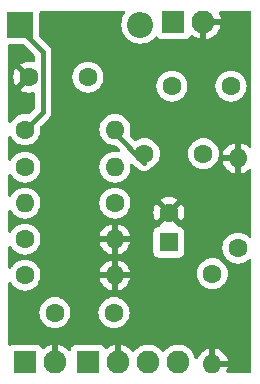
<source format=gbl>
%TF.GenerationSoftware,KiCad,Pcbnew,(5.99.0-6613-ge739d5ba65)*%
%TF.CreationDate,2020-10-27T11:12:12+02:00*%
%TF.ProjectId,campanero-lima,63616d70-616e-4657-926f-2d6c696d612e,rev?*%
%TF.SameCoordinates,Original*%
%TF.FileFunction,Copper,L2,Bot*%
%TF.FilePolarity,Positive*%
%FSLAX46Y46*%
G04 Gerber Fmt 4.6, Leading zero omitted, Abs format (unit mm)*
G04 Created by KiCad (PCBNEW (5.99.0-6613-ge739d5ba65)) date 2020-10-27 11:12:12*
%MOMM*%
%LPD*%
G01*
G04 APERTURE LIST*
%TA.AperFunction,ComponentPad*%
%ADD10C,1.600000*%
%TD*%
%TA.AperFunction,ComponentPad*%
%ADD11O,1.600000X1.600000*%
%TD*%
%TA.AperFunction,ComponentPad*%
%ADD12R,1.600000X1.600000*%
%TD*%
%TA.AperFunction,ComponentPad*%
%ADD13R,2.200000X2.200000*%
%TD*%
%TA.AperFunction,ComponentPad*%
%ADD14O,2.200000X2.200000*%
%TD*%
%TA.AperFunction,ComponentPad*%
%ADD15R,1.930400X1.930400*%
%TD*%
%TA.AperFunction,ComponentPad*%
%ADD16O,1.930400X1.930400*%
%TD*%
%TA.AperFunction,Conductor*%
%ADD17C,0.381000*%
%TD*%
G04 APERTURE END LIST*
D10*
%TO.P,C2,1*%
%TO.N,Net-(R4-Pad1)*%
X125603000Y-97028000D03*
%TO.P,C2,2*%
%TO.N,Net-(R5-Pad2)*%
X120603000Y-97028000D03*
%TD*%
%TO.P,R7,1*%
%TO.N,OUT*%
X128524000Y-105029000D03*
D11*
%TO.P,R7,2*%
%TO.N,GND*%
X128524000Y-97409000D03*
%TD*%
D12*
%TO.P,C5,1*%
%TO.N,VCC*%
X122682000Y-104521000D03*
D10*
%TO.P,C5,2*%
%TO.N,GND*%
X122682000Y-102021000D03*
%TD*%
%TO.P,R4,1*%
%TO.N,Net-(R4-Pad1)*%
X126365000Y-107188000D03*
D11*
%TO.P,R4,2*%
%TO.N,GND*%
X126365000Y-114808000D03*
%TD*%
D13*
%TO.P,D1,1,K*%
%TO.N,VCC*%
X110109000Y-86106000D03*
D14*
%TO.P,D1,2,A*%
%TO.N,+9V*%
X120269000Y-86106000D03*
%TD*%
D10*
%TO.P,R2,1*%
%TO.N,VCC*%
X118110000Y-101219000D03*
D11*
%TO.P,R2,2*%
%TO.N,Net-(R2-Pad2)*%
X110490000Y-101219000D03*
%TD*%
D10*
%TO.P,C3,1*%
%TO.N,Net-(R6-Pad2)*%
X115824000Y-90551000D03*
%TO.P,C3,2*%
%TO.N,GND*%
X110824000Y-90551000D03*
%TD*%
D15*
%TO.P,J3,1,Pin_1*%
%TO.N,IN*%
X115824000Y-114681000D03*
D16*
%TO.P,J3,2,Pin_2*%
%TO.N,GND*%
X118364000Y-114681000D03*
%TO.P,J3,3,Pin_3*%
%TO.N,Net-(J3-Pad3)*%
X120904000Y-114681000D03*
%TO.P,J3,4,Pin_4*%
%TO.N,OUT*%
X123444000Y-114681000D03*
%TD*%
D10*
%TO.P,C1,1*%
%TO.N,IN*%
X113030000Y-110490000D03*
%TO.P,C1,2*%
%TO.N,Net-(C1-Pad2)*%
X118030000Y-110490000D03*
%TD*%
%TO.P,R6,1*%
%TO.N,VCC*%
X110490000Y-98171000D03*
D11*
%TO.P,R6,2*%
%TO.N,Net-(R6-Pad2)*%
X118110000Y-98171000D03*
%TD*%
D15*
%TO.P,J1,1,Pin_1*%
%TO.N,+9V*%
X123063000Y-85852000D03*
D16*
%TO.P,J1,2,Pin_2*%
%TO.N,GND*%
X125603000Y-85852000D03*
%TD*%
D15*
%TO.P,J2,1,Pin_1*%
%TO.N,+9V*%
X110490000Y-114681000D03*
D16*
%TO.P,J2,2,Pin_2*%
%TO.N,GND*%
X113030000Y-114681000D03*
%TD*%
D10*
%TO.P,R5,1*%
%TO.N,VCC*%
X110490000Y-94996000D03*
D11*
%TO.P,R5,2*%
%TO.N,Net-(R5-Pad2)*%
X118110000Y-94996000D03*
%TD*%
D10*
%TO.P,R1,1*%
%TO.N,IN*%
X110490000Y-107315000D03*
D11*
%TO.P,R1,2*%
%TO.N,GND*%
X118110000Y-107315000D03*
%TD*%
D10*
%TO.P,C4,1*%
%TO.N,Net-(C4-Pad1)*%
X122936000Y-91313000D03*
%TO.P,C4,2*%
%TO.N,OUT*%
X127936000Y-91313000D03*
%TD*%
%TO.P,R3,1*%
%TO.N,Net-(R2-Pad2)*%
X110490000Y-104267000D03*
D11*
%TO.P,R3,2*%
%TO.N,GND*%
X118110000Y-104267000D03*
%TD*%
D17*
%TO.N,VCC*%
X112014501Y-88392501D02*
X112014501Y-93471499D01*
X112014501Y-93471499D02*
X110490000Y-94996000D01*
X110490000Y-86868000D02*
X112014501Y-88392501D01*
%TO.N,Net-(R5-Pad2)*%
X120603000Y-97790000D02*
X118110000Y-95297000D01*
X118110000Y-95297000D02*
X118110000Y-94996000D01*
%TD*%
%TA.AperFunction,Conductor*%
%TO.N,GND*%
G36*
X118926973Y-84983002D02*
G01*
X118973466Y-85036658D01*
X118983570Y-85106932D01*
X118963117Y-85157327D01*
X118964056Y-85157902D01*
X118831806Y-85373713D01*
X118829913Y-85378283D01*
X118829912Y-85378285D01*
X118736840Y-85602982D01*
X118736838Y-85602989D01*
X118734946Y-85607556D01*
X118675859Y-85853671D01*
X118656000Y-86106000D01*
X118675859Y-86358329D01*
X118734946Y-86604444D01*
X118736838Y-86609011D01*
X118736840Y-86609018D01*
X118829912Y-86833715D01*
X118831806Y-86838287D01*
X118964056Y-87054098D01*
X118967269Y-87057860D01*
X119073707Y-87182482D01*
X119128437Y-87246563D01*
X119132193Y-87249771D01*
X119189312Y-87298555D01*
X119320902Y-87410944D01*
X119536713Y-87543194D01*
X119541283Y-87545087D01*
X119541285Y-87545088D01*
X119765982Y-87638160D01*
X119765989Y-87638162D01*
X119770556Y-87640054D01*
X119856196Y-87660614D01*
X120011858Y-87697986D01*
X120011864Y-87697987D01*
X120016671Y-87699141D01*
X120269000Y-87719000D01*
X120521329Y-87699141D01*
X120526136Y-87697987D01*
X120526142Y-87697986D01*
X120681804Y-87660614D01*
X120767444Y-87640054D01*
X120772011Y-87638162D01*
X120772018Y-87638160D01*
X120996715Y-87545088D01*
X120996717Y-87545087D01*
X121001287Y-87543194D01*
X121217098Y-87410944D01*
X121348688Y-87298555D01*
X121405807Y-87249771D01*
X121409563Y-87246563D01*
X121464294Y-87182482D01*
X121505187Y-87134602D01*
X121564638Y-87095793D01*
X121635632Y-87095287D01*
X121696926Y-87140835D01*
X121699328Y-87138753D01*
X121705226Y-87145560D01*
X121710100Y-87153144D01*
X121716911Y-87159045D01*
X121716912Y-87159047D01*
X121813640Y-87242862D01*
X121813643Y-87242864D01*
X121820451Y-87248763D01*
X121828645Y-87252505D01*
X121828648Y-87252507D01*
X121929480Y-87298555D01*
X121953271Y-87309420D01*
X121962188Y-87310702D01*
X122093354Y-87329561D01*
X122093357Y-87329561D01*
X122097800Y-87330200D01*
X124028200Y-87330200D01*
X124241308Y-87283841D01*
X124299315Y-87246563D01*
X124356560Y-87209774D01*
X124356561Y-87209774D01*
X124364144Y-87204900D01*
X124370047Y-87198088D01*
X124453862Y-87101360D01*
X124453864Y-87101357D01*
X124459763Y-87094549D01*
X124463505Y-87086355D01*
X124463507Y-87086352D01*
X124478236Y-87054098D01*
X124483051Y-87043554D01*
X124529544Y-86989899D01*
X124597665Y-86969897D01*
X124678150Y-86998953D01*
X124751159Y-87059566D01*
X124759606Y-87065481D01*
X124959830Y-87182482D01*
X124969117Y-87186932D01*
X125185769Y-87269663D01*
X125195662Y-87272537D01*
X125331248Y-87300122D01*
X125344027Y-87299035D01*
X125349000Y-87283750D01*
X125349000Y-86119548D01*
X125857000Y-86119548D01*
X125857000Y-87286615D01*
X125861064Y-87300457D01*
X125874478Y-87302491D01*
X125905205Y-87298555D01*
X125915288Y-87296412D01*
X126137418Y-87229770D01*
X126146995Y-87226017D01*
X126355264Y-87123987D01*
X126364109Y-87118714D01*
X126552904Y-86984048D01*
X126560779Y-86977392D01*
X126725045Y-86813699D01*
X126731722Y-86805854D01*
X126867047Y-86617528D01*
X126872358Y-86608690D01*
X126975102Y-86400804D01*
X126978900Y-86391211D01*
X127046313Y-86169326D01*
X127048491Y-86159253D01*
X127053138Y-86123960D01*
X127050926Y-86109778D01*
X127037769Y-86106000D01*
X125875115Y-86106000D01*
X125859876Y-86110475D01*
X125858671Y-86111865D01*
X125857000Y-86119548D01*
X125349000Y-86119548D01*
X125349000Y-85724000D01*
X125369002Y-85655879D01*
X125422658Y-85609386D01*
X125475000Y-85598000D01*
X127040078Y-85598000D01*
X127051369Y-85594685D01*
X127052968Y-85577196D01*
X127003596Y-85380638D01*
X127000278Y-85370891D01*
X126907803Y-85158212D01*
X126902618Y-85148543D01*
X126888054Y-85079057D01*
X126913369Y-85012727D01*
X126970527Y-84970613D01*
X127013661Y-84963000D01*
X129541000Y-84963000D01*
X129609121Y-84983002D01*
X129655614Y-85036658D01*
X129667000Y-85089000D01*
X129667001Y-94656985D01*
X129667001Y-96398015D01*
X129646999Y-96466136D01*
X129593343Y-96512629D01*
X129523069Y-96522733D01*
X129451906Y-96487110D01*
X129371877Y-96407081D01*
X129363469Y-96400025D01*
X129185009Y-96275066D01*
X129175513Y-96269583D01*
X128978057Y-96177509D01*
X128967761Y-96173761D01*
X128795497Y-96127602D01*
X128784111Y-96127873D01*
X128778000Y-96144873D01*
X128777999Y-97154998D01*
X128778000Y-97155004D01*
X128777999Y-98676971D01*
X128781208Y-98687900D01*
X128799209Y-98689403D01*
X128967762Y-98644239D01*
X128978054Y-98640493D01*
X129175513Y-98548417D01*
X129185009Y-98542934D01*
X129363469Y-98417975D01*
X129371877Y-98410919D01*
X129451906Y-98330890D01*
X129514218Y-98296864D01*
X129585033Y-98301929D01*
X129641869Y-98344476D01*
X129667001Y-98419985D01*
X129667001Y-104018015D01*
X129646999Y-104086136D01*
X129593343Y-104132629D01*
X129523069Y-104142733D01*
X129451906Y-104107110D01*
X129367980Y-104023184D01*
X129363472Y-104020027D01*
X129363469Y-104020025D01*
X129185009Y-103895066D01*
X129185007Y-103895065D01*
X129180500Y-103891909D01*
X129175518Y-103889586D01*
X129175513Y-103889583D01*
X129033236Y-103823239D01*
X128973072Y-103795184D01*
X128752000Y-103735947D01*
X128524000Y-103716000D01*
X128296000Y-103735947D01*
X128074928Y-103795184D01*
X128014764Y-103823239D01*
X127872487Y-103889583D01*
X127872482Y-103889586D01*
X127867500Y-103891909D01*
X127862993Y-103895065D01*
X127862991Y-103895066D01*
X127684531Y-104020025D01*
X127684528Y-104020027D01*
X127680020Y-104023184D01*
X127518184Y-104185020D01*
X127515027Y-104189528D01*
X127515025Y-104189531D01*
X127460781Y-104267000D01*
X127386909Y-104372500D01*
X127384586Y-104377482D01*
X127384583Y-104377487D01*
X127380999Y-104385173D01*
X127290184Y-104579928D01*
X127230947Y-104801000D01*
X127211000Y-105029000D01*
X127230947Y-105257000D01*
X127290184Y-105478072D01*
X127327749Y-105558630D01*
X127384583Y-105680513D01*
X127384586Y-105680518D01*
X127386909Y-105685500D01*
X127390065Y-105690007D01*
X127390066Y-105690009D01*
X127489884Y-105832563D01*
X127518184Y-105872980D01*
X127680020Y-106034816D01*
X127684528Y-106037973D01*
X127684531Y-106037975D01*
X127862991Y-106162934D01*
X127867500Y-106166091D01*
X127872482Y-106168414D01*
X127872487Y-106168417D01*
X127977916Y-106217579D01*
X128074928Y-106262816D01*
X128296000Y-106322053D01*
X128524000Y-106342000D01*
X128752000Y-106322053D01*
X128973072Y-106262816D01*
X129070084Y-106217579D01*
X129175513Y-106168417D01*
X129175518Y-106168414D01*
X129180500Y-106166091D01*
X129185009Y-106162934D01*
X129363469Y-106037975D01*
X129363472Y-106037973D01*
X129367980Y-106034816D01*
X129451906Y-105950890D01*
X129514218Y-105916864D01*
X129585033Y-105921929D01*
X129641869Y-105964476D01*
X129667001Y-106039985D01*
X129667001Y-115444000D01*
X129646999Y-115512121D01*
X129593343Y-115558614D01*
X129541001Y-115570000D01*
X127650676Y-115570000D01*
X127582555Y-115549998D01*
X127536062Y-115496342D01*
X127525958Y-115426068D01*
X127536481Y-115390750D01*
X127596491Y-115262057D01*
X127600239Y-115251761D01*
X127646398Y-115079497D01*
X127646127Y-115068111D01*
X127629127Y-115062000D01*
X126619002Y-115061999D01*
X126618996Y-115062000D01*
X126237000Y-115061999D01*
X126168879Y-115041997D01*
X126122386Y-114988341D01*
X126111000Y-114935999D01*
X126111000Y-114535885D01*
X126618999Y-114535885D01*
X126623474Y-114551124D01*
X126624864Y-114552329D01*
X126632547Y-114554000D01*
X127632971Y-114554001D01*
X127643900Y-114550792D01*
X127645403Y-114532791D01*
X127600239Y-114364238D01*
X127596493Y-114353946D01*
X127504417Y-114156487D01*
X127498934Y-114146991D01*
X127373975Y-113968531D01*
X127366919Y-113960123D01*
X127212877Y-113806081D01*
X127204469Y-113799025D01*
X127026009Y-113674066D01*
X127016513Y-113668583D01*
X126819057Y-113576509D01*
X126808761Y-113572761D01*
X126636497Y-113526602D01*
X126625111Y-113526873D01*
X126619000Y-113543873D01*
X126618999Y-114535885D01*
X126111000Y-114535885D01*
X126111001Y-113540029D01*
X126107792Y-113529100D01*
X126089791Y-113527597D01*
X125921238Y-113572761D01*
X125910946Y-113576507D01*
X125713487Y-113668583D01*
X125703991Y-113674066D01*
X125525531Y-113799025D01*
X125517123Y-113806081D01*
X125363081Y-113960123D01*
X125356025Y-113968531D01*
X125231066Y-114146991D01*
X125225583Y-114156487D01*
X125133509Y-114353943D01*
X125129758Y-114364246D01*
X125128263Y-114369827D01*
X125091313Y-114430451D01*
X125027453Y-114461473D01*
X124956958Y-114453046D01*
X124902210Y-114407844D01*
X124884352Y-114367914D01*
X124844595Y-114209635D01*
X124844595Y-114209634D01*
X124843337Y-114204627D01*
X124822405Y-114156487D01*
X124748803Y-113987212D01*
X124748801Y-113987209D01*
X124746743Y-113982475D01*
X124615163Y-113779083D01*
X124610666Y-113774140D01*
X124455608Y-113603735D01*
X124455606Y-113603734D01*
X124452130Y-113599913D01*
X124448079Y-113596714D01*
X124448075Y-113596710D01*
X124266081Y-113452981D01*
X124262023Y-113449776D01*
X124049948Y-113332704D01*
X123858613Y-113264949D01*
X123826469Y-113253566D01*
X123826467Y-113253565D01*
X123821600Y-113251842D01*
X123683953Y-113227323D01*
X123588199Y-113210266D01*
X123588195Y-113210266D01*
X123583111Y-113209360D01*
X123505670Y-113208414D01*
X123346056Y-113206464D01*
X123346054Y-113206464D01*
X123340886Y-113206401D01*
X123101430Y-113243043D01*
X122871174Y-113318302D01*
X122866586Y-113320690D01*
X122866582Y-113320692D01*
X122660891Y-113427768D01*
X122656302Y-113430157D01*
X122652169Y-113433260D01*
X122652166Y-113433262D01*
X122483907Y-113559595D01*
X122462584Y-113575605D01*
X122295223Y-113750739D01*
X122292307Y-113755014D01*
X122279259Y-113774140D01*
X122224347Y-113819142D01*
X122153822Y-113827312D01*
X122076033Y-113780427D01*
X122075163Y-113779083D01*
X122010251Y-113707746D01*
X121915608Y-113603735D01*
X121915606Y-113603734D01*
X121912130Y-113599913D01*
X121908079Y-113596714D01*
X121908075Y-113596710D01*
X121726081Y-113452981D01*
X121722023Y-113449776D01*
X121509948Y-113332704D01*
X121318613Y-113264949D01*
X121286469Y-113253566D01*
X121286467Y-113253565D01*
X121281600Y-113251842D01*
X121143953Y-113227323D01*
X121048199Y-113210266D01*
X121048195Y-113210266D01*
X121043111Y-113209360D01*
X120965670Y-113208414D01*
X120806056Y-113206464D01*
X120806054Y-113206464D01*
X120800886Y-113206401D01*
X120561430Y-113243043D01*
X120331174Y-113318302D01*
X120326586Y-113320690D01*
X120326582Y-113320692D01*
X120120891Y-113427768D01*
X120116302Y-113430157D01*
X120112169Y-113433260D01*
X120112166Y-113433262D01*
X119943907Y-113559595D01*
X119922584Y-113575605D01*
X119755223Y-113750739D01*
X119752307Y-113755014D01*
X119739259Y-113774140D01*
X119684347Y-113819142D01*
X119613822Y-113827312D01*
X119535342Y-113780011D01*
X119531678Y-113775253D01*
X119375608Y-113603735D01*
X119368075Y-113596710D01*
X119186081Y-113452981D01*
X119177494Y-113447276D01*
X118974482Y-113335207D01*
X118965070Y-113330977D01*
X118746469Y-113253566D01*
X118736512Y-113250936D01*
X118635836Y-113233002D01*
X118622541Y-113234461D01*
X118618000Y-113249019D01*
X118618000Y-114809000D01*
X118597998Y-114877121D01*
X118544342Y-114923614D01*
X118492000Y-114935000D01*
X118236000Y-114935000D01*
X118167879Y-114914998D01*
X118121386Y-114861342D01*
X118110000Y-114809000D01*
X118110000Y-113247605D01*
X118106082Y-113234261D01*
X118091806Y-113232274D01*
X118026542Y-113242261D01*
X118016515Y-113244650D01*
X117796092Y-113316695D01*
X117786582Y-113320692D01*
X117580891Y-113427768D01*
X117572166Y-113433262D01*
X117437079Y-113534689D01*
X117370594Y-113559595D01*
X117301199Y-113544603D01*
X117255428Y-113502049D01*
X117181774Y-113387440D01*
X117181774Y-113387439D01*
X117176900Y-113379856D01*
X117170088Y-113373953D01*
X117073360Y-113290138D01*
X117073357Y-113290136D01*
X117066549Y-113284237D01*
X117058355Y-113280495D01*
X117058352Y-113280493D01*
X116941925Y-113227323D01*
X116933729Y-113223580D01*
X116897064Y-113218308D01*
X116793646Y-113203439D01*
X116793643Y-113203439D01*
X116789200Y-113202800D01*
X114858800Y-113202800D01*
X114645692Y-113249159D01*
X114636207Y-113255255D01*
X114636206Y-113255255D01*
X114540603Y-113316695D01*
X114522856Y-113328100D01*
X114516955Y-113334911D01*
X114516953Y-113334912D01*
X114433138Y-113431640D01*
X114433136Y-113431643D01*
X114427237Y-113438451D01*
X114423495Y-113446645D01*
X114423493Y-113446648D01*
X114397899Y-113502692D01*
X114366580Y-113571271D01*
X114365298Y-113580189D01*
X114365296Y-113580195D01*
X114356242Y-113643165D01*
X114326749Y-113707746D01*
X114267023Y-113746129D01*
X114196026Y-113746129D01*
X114138332Y-113710033D01*
X114041608Y-113603735D01*
X114034075Y-113596710D01*
X113852081Y-113452981D01*
X113843494Y-113447276D01*
X113640482Y-113335207D01*
X113631070Y-113330977D01*
X113412469Y-113253566D01*
X113402512Y-113250936D01*
X113301836Y-113233002D01*
X113288541Y-113234461D01*
X113284000Y-113249019D01*
X113284000Y-114809000D01*
X113263998Y-114877121D01*
X113210342Y-114923614D01*
X113158000Y-114935000D01*
X112902000Y-114935000D01*
X112833879Y-114914998D01*
X112787386Y-114861342D01*
X112776000Y-114809000D01*
X112776000Y-113247605D01*
X112772082Y-113234261D01*
X112757806Y-113232274D01*
X112692542Y-113242261D01*
X112682515Y-113244650D01*
X112462092Y-113316695D01*
X112452582Y-113320692D01*
X112246891Y-113427768D01*
X112238166Y-113433262D01*
X112103079Y-113534689D01*
X112036594Y-113559595D01*
X111967199Y-113544603D01*
X111921428Y-113502049D01*
X111847774Y-113387440D01*
X111847774Y-113387439D01*
X111842900Y-113379856D01*
X111836088Y-113373953D01*
X111739360Y-113290138D01*
X111739357Y-113290136D01*
X111732549Y-113284237D01*
X111724355Y-113280495D01*
X111724352Y-113280493D01*
X111607925Y-113227323D01*
X111599729Y-113223580D01*
X111563064Y-113218308D01*
X111459646Y-113203439D01*
X111459643Y-113203439D01*
X111455200Y-113202800D01*
X109524800Y-113202800D01*
X109311692Y-113249159D01*
X109287122Y-113264949D01*
X109287119Y-113264951D01*
X109218998Y-113284952D01*
X109150878Y-113264949D01*
X109104386Y-113211293D01*
X109093000Y-113158952D01*
X109093000Y-110490000D01*
X111717000Y-110490000D01*
X111736947Y-110718000D01*
X111796184Y-110939072D01*
X111798509Y-110944057D01*
X111890583Y-111141513D01*
X111890586Y-111141518D01*
X111892909Y-111146500D01*
X112024184Y-111333980D01*
X112186020Y-111495816D01*
X112190528Y-111498973D01*
X112190531Y-111498975D01*
X112368991Y-111623934D01*
X112373500Y-111627091D01*
X112378482Y-111629414D01*
X112378487Y-111629417D01*
X112483916Y-111678579D01*
X112580928Y-111723816D01*
X112802000Y-111783053D01*
X113030000Y-111803000D01*
X113258000Y-111783053D01*
X113479072Y-111723816D01*
X113576084Y-111678579D01*
X113681513Y-111629417D01*
X113681518Y-111629414D01*
X113686500Y-111627091D01*
X113691009Y-111623934D01*
X113869469Y-111498975D01*
X113869472Y-111498973D01*
X113873980Y-111495816D01*
X114035816Y-111333980D01*
X114167091Y-111146500D01*
X114169414Y-111141518D01*
X114169417Y-111141513D01*
X114261491Y-110944057D01*
X114263816Y-110939072D01*
X114323053Y-110718000D01*
X114343000Y-110490000D01*
X116717000Y-110490000D01*
X116736947Y-110718000D01*
X116796184Y-110939072D01*
X116798509Y-110944057D01*
X116890583Y-111141513D01*
X116890586Y-111141518D01*
X116892909Y-111146500D01*
X117024184Y-111333980D01*
X117186020Y-111495816D01*
X117190528Y-111498973D01*
X117190531Y-111498975D01*
X117368991Y-111623934D01*
X117373500Y-111627091D01*
X117378482Y-111629414D01*
X117378487Y-111629417D01*
X117483916Y-111678579D01*
X117580928Y-111723816D01*
X117802000Y-111783053D01*
X118030000Y-111803000D01*
X118258000Y-111783053D01*
X118479072Y-111723816D01*
X118576084Y-111678579D01*
X118681513Y-111629417D01*
X118681518Y-111629414D01*
X118686500Y-111627091D01*
X118691009Y-111623934D01*
X118869469Y-111498975D01*
X118869472Y-111498973D01*
X118873980Y-111495816D01*
X119035816Y-111333980D01*
X119167091Y-111146500D01*
X119169414Y-111141518D01*
X119169417Y-111141513D01*
X119261491Y-110944057D01*
X119263816Y-110939072D01*
X119323053Y-110718000D01*
X119343000Y-110490000D01*
X119323053Y-110262000D01*
X119263816Y-110040928D01*
X119218579Y-109943916D01*
X119169417Y-109838487D01*
X119169414Y-109838482D01*
X119167091Y-109833500D01*
X119035816Y-109646020D01*
X118873980Y-109484184D01*
X118869472Y-109481027D01*
X118869469Y-109481025D01*
X118691009Y-109356066D01*
X118691007Y-109356065D01*
X118686500Y-109352909D01*
X118681518Y-109350586D01*
X118681513Y-109350583D01*
X118576084Y-109301421D01*
X118479072Y-109256184D01*
X118258000Y-109196947D01*
X118030000Y-109177000D01*
X117802000Y-109196947D01*
X117580928Y-109256184D01*
X117483916Y-109301421D01*
X117378487Y-109350583D01*
X117378482Y-109350586D01*
X117373500Y-109352909D01*
X117368993Y-109356065D01*
X117368991Y-109356066D01*
X117190531Y-109481025D01*
X117190528Y-109481027D01*
X117186020Y-109484184D01*
X117024184Y-109646020D01*
X116892909Y-109833500D01*
X116890586Y-109838482D01*
X116890583Y-109838487D01*
X116841421Y-109943916D01*
X116796184Y-110040928D01*
X116736947Y-110262000D01*
X116717000Y-110490000D01*
X114343000Y-110490000D01*
X114323053Y-110262000D01*
X114263816Y-110040928D01*
X114218579Y-109943916D01*
X114169417Y-109838487D01*
X114169414Y-109838482D01*
X114167091Y-109833500D01*
X114035816Y-109646020D01*
X113873980Y-109484184D01*
X113869472Y-109481027D01*
X113869469Y-109481025D01*
X113691009Y-109356066D01*
X113691007Y-109356065D01*
X113686500Y-109352909D01*
X113681518Y-109350586D01*
X113681513Y-109350583D01*
X113576084Y-109301421D01*
X113479072Y-109256184D01*
X113258000Y-109196947D01*
X113030000Y-109177000D01*
X112802000Y-109196947D01*
X112580928Y-109256184D01*
X112483916Y-109301421D01*
X112378487Y-109350583D01*
X112378482Y-109350586D01*
X112373500Y-109352909D01*
X112368993Y-109356065D01*
X112368991Y-109356066D01*
X112190531Y-109481025D01*
X112190528Y-109481027D01*
X112186020Y-109484184D01*
X112024184Y-109646020D01*
X111892909Y-109833500D01*
X111890586Y-109838482D01*
X111890583Y-109838487D01*
X111841421Y-109943916D01*
X111796184Y-110040928D01*
X111736947Y-110262000D01*
X111717000Y-110490000D01*
X109093000Y-110490000D01*
X109093000Y-107982473D01*
X109113002Y-107914352D01*
X109166658Y-107867859D01*
X109236932Y-107857755D01*
X109301512Y-107887249D01*
X109333195Y-107929223D01*
X109350583Y-107966513D01*
X109350586Y-107966518D01*
X109352909Y-107971500D01*
X109356065Y-107976007D01*
X109356066Y-107976009D01*
X109395258Y-108031980D01*
X109484184Y-108158980D01*
X109646020Y-108320816D01*
X109650528Y-108323973D01*
X109650531Y-108323975D01*
X109792295Y-108423239D01*
X109833500Y-108452091D01*
X109838482Y-108454414D01*
X109838487Y-108454417D01*
X109937359Y-108500521D01*
X110040928Y-108548816D01*
X110262000Y-108608053D01*
X110490000Y-108628000D01*
X110718000Y-108608053D01*
X110939072Y-108548816D01*
X111042641Y-108500521D01*
X111141513Y-108454417D01*
X111141518Y-108454414D01*
X111146500Y-108452091D01*
X111187705Y-108423239D01*
X111329469Y-108323975D01*
X111329472Y-108323973D01*
X111333980Y-108320816D01*
X111495816Y-108158980D01*
X111584743Y-108031980D01*
X111623934Y-107976009D01*
X111623935Y-107976007D01*
X111627091Y-107971500D01*
X111629414Y-107966518D01*
X111629417Y-107966513D01*
X111721491Y-107769057D01*
X111723816Y-107764072D01*
X111770402Y-107590210D01*
X116829597Y-107590210D01*
X116874761Y-107758761D01*
X116878509Y-107769057D01*
X116970583Y-107966513D01*
X116976066Y-107976009D01*
X117101025Y-108154469D01*
X117108081Y-108162877D01*
X117262123Y-108316919D01*
X117270531Y-108323975D01*
X117448991Y-108448934D01*
X117458487Y-108454417D01*
X117655943Y-108546491D01*
X117666239Y-108550239D01*
X117838503Y-108596398D01*
X117849889Y-108596127D01*
X117856000Y-108579127D01*
X117856000Y-107587115D01*
X117854659Y-107582548D01*
X118364000Y-107582548D01*
X118364000Y-108582971D01*
X118367209Y-108593900D01*
X118385210Y-108595403D01*
X118553761Y-108550239D01*
X118564057Y-108546491D01*
X118761513Y-108454417D01*
X118771009Y-108448934D01*
X118949469Y-108323975D01*
X118957877Y-108316919D01*
X119111919Y-108162877D01*
X119118975Y-108154469D01*
X119243934Y-107976009D01*
X119249417Y-107966513D01*
X119341491Y-107769057D01*
X119345239Y-107758761D01*
X119391398Y-107586497D01*
X119391127Y-107575111D01*
X119374127Y-107569000D01*
X118382115Y-107569000D01*
X118366876Y-107573475D01*
X118365671Y-107574865D01*
X118364000Y-107582548D01*
X117854659Y-107582548D01*
X117851525Y-107571876D01*
X117850135Y-107570671D01*
X117842452Y-107569000D01*
X116842029Y-107569000D01*
X116831100Y-107572209D01*
X116829597Y-107590210D01*
X111770402Y-107590210D01*
X111783053Y-107543000D01*
X111803000Y-107315000D01*
X111791890Y-107188000D01*
X125052000Y-107188000D01*
X125071947Y-107416000D01*
X125131184Y-107637072D01*
X125133509Y-107642057D01*
X125225583Y-107839513D01*
X125225586Y-107839518D01*
X125227909Y-107844500D01*
X125231065Y-107849007D01*
X125231066Y-107849009D01*
X125324519Y-107982473D01*
X125359184Y-108031980D01*
X125521020Y-108193816D01*
X125525528Y-108196973D01*
X125525531Y-108196975D01*
X125703991Y-108321934D01*
X125708500Y-108325091D01*
X125713482Y-108327414D01*
X125713487Y-108327417D01*
X125818916Y-108376579D01*
X125915928Y-108421816D01*
X126137000Y-108481053D01*
X126365000Y-108501000D01*
X126593000Y-108481053D01*
X126814072Y-108421816D01*
X126911084Y-108376579D01*
X127016513Y-108327417D01*
X127016518Y-108327414D01*
X127021500Y-108325091D01*
X127026009Y-108321934D01*
X127204469Y-108196975D01*
X127204472Y-108196973D01*
X127208980Y-108193816D01*
X127370816Y-108031980D01*
X127405482Y-107982473D01*
X127498934Y-107849009D01*
X127498935Y-107849007D01*
X127502091Y-107844500D01*
X127504414Y-107839518D01*
X127504417Y-107839513D01*
X127596491Y-107642057D01*
X127598816Y-107637072D01*
X127658053Y-107416000D01*
X127678000Y-107188000D01*
X127658053Y-106960000D01*
X127598816Y-106738928D01*
X127553579Y-106641916D01*
X127504417Y-106536487D01*
X127504414Y-106536482D01*
X127502091Y-106531500D01*
X127462901Y-106475531D01*
X127373975Y-106348531D01*
X127373973Y-106348528D01*
X127370816Y-106344020D01*
X127208980Y-106182184D01*
X127204472Y-106179027D01*
X127204469Y-106179025D01*
X127026009Y-106054066D01*
X127026007Y-106054065D01*
X127021500Y-106050909D01*
X127016518Y-106048586D01*
X127016513Y-106048583D01*
X126836143Y-105964476D01*
X126814072Y-105954184D01*
X126593000Y-105894947D01*
X126365000Y-105875000D01*
X126137000Y-105894947D01*
X125915928Y-105954184D01*
X125893857Y-105964476D01*
X125713487Y-106048583D01*
X125713482Y-106048586D01*
X125708500Y-106050909D01*
X125703993Y-106054065D01*
X125703991Y-106054066D01*
X125525531Y-106179025D01*
X125525528Y-106179027D01*
X125521020Y-106182184D01*
X125359184Y-106344020D01*
X125356027Y-106348528D01*
X125356025Y-106348531D01*
X125267099Y-106475531D01*
X125227909Y-106531500D01*
X125225586Y-106536482D01*
X125225583Y-106536487D01*
X125176421Y-106641916D01*
X125131184Y-106738928D01*
X125071947Y-106960000D01*
X125052000Y-107188000D01*
X111791890Y-107188000D01*
X111783053Y-107087000D01*
X111771398Y-107043503D01*
X116828602Y-107043503D01*
X116828873Y-107054889D01*
X116845873Y-107061000D01*
X117837885Y-107061000D01*
X117853124Y-107056525D01*
X117854329Y-107055135D01*
X117856000Y-107047452D01*
X117856000Y-106050873D01*
X118364000Y-106050873D01*
X118364000Y-107042885D01*
X118368475Y-107058124D01*
X118369865Y-107059329D01*
X118377548Y-107061000D01*
X119377971Y-107061000D01*
X119388900Y-107057791D01*
X119390403Y-107039790D01*
X119345239Y-106871239D01*
X119341491Y-106860943D01*
X119249417Y-106663487D01*
X119243934Y-106653991D01*
X119118975Y-106475531D01*
X119111919Y-106467123D01*
X118957877Y-106313081D01*
X118949469Y-106306025D01*
X118771009Y-106181066D01*
X118761513Y-106175583D01*
X118564057Y-106083509D01*
X118553761Y-106079761D01*
X118381497Y-106033602D01*
X118370111Y-106033873D01*
X118364000Y-106050873D01*
X117856000Y-106050873D01*
X117856000Y-106047029D01*
X117852791Y-106036100D01*
X117834790Y-106034597D01*
X117666239Y-106079761D01*
X117655943Y-106083509D01*
X117458487Y-106175583D01*
X117448991Y-106181066D01*
X117270531Y-106306025D01*
X117262123Y-106313081D01*
X117108081Y-106467123D01*
X117101025Y-106475531D01*
X116976066Y-106653991D01*
X116970583Y-106663487D01*
X116878509Y-106860943D01*
X116874761Y-106871239D01*
X116828602Y-107043503D01*
X111771398Y-107043503D01*
X111723816Y-106865928D01*
X111646805Y-106700777D01*
X111629417Y-106663487D01*
X111629414Y-106663482D01*
X111627091Y-106658500D01*
X111538165Y-106531500D01*
X111498975Y-106475531D01*
X111498973Y-106475528D01*
X111495816Y-106471020D01*
X111333980Y-106309184D01*
X111329472Y-106306027D01*
X111329469Y-106306025D01*
X111151009Y-106181066D01*
X111151007Y-106181065D01*
X111146500Y-106177909D01*
X111141518Y-106175586D01*
X111141513Y-106175583D01*
X111036084Y-106126421D01*
X110939072Y-106081184D01*
X110718000Y-106021947D01*
X110490000Y-106002000D01*
X110262000Y-106021947D01*
X110040928Y-106081184D01*
X109943916Y-106126421D01*
X109838487Y-106175583D01*
X109838482Y-106175586D01*
X109833500Y-106177909D01*
X109828993Y-106181065D01*
X109828991Y-106181066D01*
X109650531Y-106306025D01*
X109650528Y-106306027D01*
X109646020Y-106309184D01*
X109484184Y-106471020D01*
X109481027Y-106475528D01*
X109481025Y-106475531D01*
X109441835Y-106531500D01*
X109352909Y-106658500D01*
X109350586Y-106663482D01*
X109350583Y-106663487D01*
X109333195Y-106700777D01*
X109286278Y-106754062D01*
X109218001Y-106773523D01*
X109150041Y-106752981D01*
X109103975Y-106698959D01*
X109093000Y-106647527D01*
X109093000Y-104934473D01*
X109113002Y-104866352D01*
X109166658Y-104819859D01*
X109236932Y-104809755D01*
X109301512Y-104839249D01*
X109333195Y-104881223D01*
X109350583Y-104918513D01*
X109350586Y-104918518D01*
X109352909Y-104923500D01*
X109356065Y-104928007D01*
X109356066Y-104928009D01*
X109430615Y-105034475D01*
X109484184Y-105110980D01*
X109646020Y-105272816D01*
X109650528Y-105275973D01*
X109650531Y-105275975D01*
X109828991Y-105400934D01*
X109833500Y-105404091D01*
X109838482Y-105406414D01*
X109838487Y-105406417D01*
X109943916Y-105455579D01*
X110040928Y-105500816D01*
X110262000Y-105560053D01*
X110490000Y-105580000D01*
X110718000Y-105560053D01*
X110939072Y-105500816D01*
X111036084Y-105455579D01*
X111141513Y-105406417D01*
X111141518Y-105406414D01*
X111146500Y-105404091D01*
X111151009Y-105400934D01*
X111329469Y-105275975D01*
X111329472Y-105275973D01*
X111333980Y-105272816D01*
X111495816Y-105110980D01*
X111549386Y-105034475D01*
X111623934Y-104928009D01*
X111623935Y-104928007D01*
X111627091Y-104923500D01*
X111629414Y-104918518D01*
X111629417Y-104918513D01*
X111681660Y-104806477D01*
X111723816Y-104716072D01*
X111770402Y-104542210D01*
X116829597Y-104542210D01*
X116874761Y-104710761D01*
X116878509Y-104721057D01*
X116970583Y-104918513D01*
X116976066Y-104928009D01*
X117101025Y-105106469D01*
X117108081Y-105114877D01*
X117262123Y-105268919D01*
X117270531Y-105275975D01*
X117448991Y-105400934D01*
X117458487Y-105406417D01*
X117655943Y-105498491D01*
X117666239Y-105502239D01*
X117838503Y-105548398D01*
X117849889Y-105548127D01*
X117856000Y-105531127D01*
X117856000Y-104539115D01*
X117854659Y-104534548D01*
X118364000Y-104534548D01*
X118364000Y-105534971D01*
X118367209Y-105545900D01*
X118385210Y-105547403D01*
X118553761Y-105502239D01*
X118564057Y-105498491D01*
X118761513Y-105406417D01*
X118771009Y-105400934D01*
X118949469Y-105275975D01*
X118957877Y-105268919D01*
X119111919Y-105114877D01*
X119118975Y-105106469D01*
X119243934Y-104928009D01*
X119249417Y-104918513D01*
X119341491Y-104721057D01*
X119345239Y-104710761D01*
X119391398Y-104538497D01*
X119391127Y-104527111D01*
X119374127Y-104521000D01*
X118382115Y-104521000D01*
X118366876Y-104525475D01*
X118365671Y-104526865D01*
X118364000Y-104534548D01*
X117854659Y-104534548D01*
X117851525Y-104523876D01*
X117850135Y-104522671D01*
X117842452Y-104521000D01*
X116842029Y-104521000D01*
X116831100Y-104524209D01*
X116829597Y-104542210D01*
X111770402Y-104542210D01*
X111783053Y-104495000D01*
X111803000Y-104267000D01*
X111783053Y-104039000D01*
X111771398Y-103995503D01*
X116828602Y-103995503D01*
X116828873Y-104006889D01*
X116845873Y-104013000D01*
X117837885Y-104013000D01*
X117853124Y-104008525D01*
X117854329Y-104007135D01*
X117856000Y-103999452D01*
X117856000Y-103002873D01*
X118364000Y-103002873D01*
X118364000Y-103994885D01*
X118368475Y-104010124D01*
X118369865Y-104011329D01*
X118377548Y-104013000D01*
X119377971Y-104013000D01*
X119388900Y-104009791D01*
X119390403Y-103991790D01*
X119345239Y-103823239D01*
X119341491Y-103812943D01*
X119298618Y-103721000D01*
X121369000Y-103721000D01*
X121369000Y-105321000D01*
X121415359Y-105534108D01*
X121421455Y-105543593D01*
X121421455Y-105543594D01*
X121451376Y-105590152D01*
X121494300Y-105656944D01*
X121501111Y-105662845D01*
X121501112Y-105662847D01*
X121597840Y-105746662D01*
X121597843Y-105746664D01*
X121604651Y-105752563D01*
X121612845Y-105756305D01*
X121612848Y-105756307D01*
X121728498Y-105809122D01*
X121737471Y-105813220D01*
X121746388Y-105814502D01*
X121877554Y-105833361D01*
X121877557Y-105833361D01*
X121882000Y-105834000D01*
X123482000Y-105834000D01*
X123695108Y-105787641D01*
X123758874Y-105746662D01*
X123810360Y-105713574D01*
X123810361Y-105713574D01*
X123817944Y-105708700D01*
X123862791Y-105656944D01*
X123907662Y-105605160D01*
X123907664Y-105605157D01*
X123913563Y-105598349D01*
X123917305Y-105590155D01*
X123917307Y-105590152D01*
X123970477Y-105473725D01*
X123974220Y-105465529D01*
X123983507Y-105400934D01*
X123994361Y-105325446D01*
X123994361Y-105325443D01*
X123995000Y-105321000D01*
X123995000Y-103721000D01*
X123948641Y-103507892D01*
X123869700Y-103385056D01*
X123862888Y-103379153D01*
X123766160Y-103295338D01*
X123766157Y-103295336D01*
X123759349Y-103289437D01*
X123751155Y-103285695D01*
X123751152Y-103285693D01*
X123634725Y-103232523D01*
X123626529Y-103228780D01*
X123515570Y-103212827D01*
X123450990Y-103183334D01*
X123424775Y-103142543D01*
X123422267Y-103143861D01*
X123396359Y-103094570D01*
X122694811Y-102393021D01*
X122680868Y-102385408D01*
X122679034Y-102385539D01*
X122672420Y-102389790D01*
X121966917Y-103095294D01*
X121945755Y-103134049D01*
X121942198Y-103150400D01*
X121891996Y-103200602D01*
X121858394Y-103213135D01*
X121679910Y-103251962D01*
X121679909Y-103251962D01*
X121668892Y-103254359D01*
X121659407Y-103260455D01*
X121659406Y-103260455D01*
X121553640Y-103328426D01*
X121546056Y-103333300D01*
X121540155Y-103340111D01*
X121540153Y-103340112D01*
X121456338Y-103436840D01*
X121456336Y-103436843D01*
X121450437Y-103443651D01*
X121446695Y-103451845D01*
X121446693Y-103451848D01*
X121425431Y-103498406D01*
X121389780Y-103576471D01*
X121388498Y-103585388D01*
X121369950Y-103714395D01*
X121369000Y-103721000D01*
X119298618Y-103721000D01*
X119249417Y-103615487D01*
X119243934Y-103605991D01*
X119118975Y-103427531D01*
X119111919Y-103419123D01*
X118957877Y-103265081D01*
X118949469Y-103258025D01*
X118771009Y-103133066D01*
X118761513Y-103127583D01*
X118564057Y-103035509D01*
X118553761Y-103031761D01*
X118381497Y-102985602D01*
X118370111Y-102985873D01*
X118364000Y-103002873D01*
X117856000Y-103002873D01*
X117856000Y-102999029D01*
X117852791Y-102988100D01*
X117834790Y-102986597D01*
X117666239Y-103031761D01*
X117655943Y-103035509D01*
X117458487Y-103127583D01*
X117448991Y-103133066D01*
X117270531Y-103258025D01*
X117262123Y-103265081D01*
X117108081Y-103419123D01*
X117101025Y-103427531D01*
X116976066Y-103605991D01*
X116970583Y-103615487D01*
X116878509Y-103812943D01*
X116874761Y-103823239D01*
X116828602Y-103995503D01*
X111771398Y-103995503D01*
X111723816Y-103817928D01*
X111646805Y-103652777D01*
X111629417Y-103615487D01*
X111629414Y-103615482D01*
X111627091Y-103610500D01*
X111619408Y-103599527D01*
X111498975Y-103427531D01*
X111498973Y-103427528D01*
X111495816Y-103423020D01*
X111333980Y-103261184D01*
X111329472Y-103258027D01*
X111329469Y-103258025D01*
X111151009Y-103133066D01*
X111151007Y-103133065D01*
X111146500Y-103129909D01*
X111141518Y-103127586D01*
X111141513Y-103127583D01*
X111036084Y-103078421D01*
X110939072Y-103033184D01*
X110718000Y-102973947D01*
X110490000Y-102954000D01*
X110262000Y-102973947D01*
X110040928Y-103033184D01*
X109943916Y-103078421D01*
X109838487Y-103127583D01*
X109838482Y-103127586D01*
X109833500Y-103129909D01*
X109828993Y-103133065D01*
X109828991Y-103133066D01*
X109650531Y-103258025D01*
X109650528Y-103258027D01*
X109646020Y-103261184D01*
X109484184Y-103423020D01*
X109481027Y-103427528D01*
X109481025Y-103427531D01*
X109360592Y-103599527D01*
X109352909Y-103610500D01*
X109350586Y-103615482D01*
X109350583Y-103615487D01*
X109333195Y-103652777D01*
X109286278Y-103706062D01*
X109218001Y-103725523D01*
X109150041Y-103704981D01*
X109103975Y-103650959D01*
X109093000Y-103599527D01*
X109093000Y-101886473D01*
X109113002Y-101818352D01*
X109166658Y-101771859D01*
X109236932Y-101761755D01*
X109301512Y-101791249D01*
X109333195Y-101833223D01*
X109350583Y-101870513D01*
X109350586Y-101870518D01*
X109352909Y-101875500D01*
X109356065Y-101880007D01*
X109356066Y-101880009D01*
X109463760Y-102033811D01*
X109484184Y-102062980D01*
X109646020Y-102224816D01*
X109650528Y-102227973D01*
X109650531Y-102227975D01*
X109828991Y-102352934D01*
X109833500Y-102356091D01*
X109838482Y-102358414D01*
X109838487Y-102358417D01*
X109905768Y-102389790D01*
X110040928Y-102452816D01*
X110262000Y-102512053D01*
X110490000Y-102532000D01*
X110718000Y-102512053D01*
X110939072Y-102452816D01*
X111074232Y-102389790D01*
X111141513Y-102358417D01*
X111141518Y-102358414D01*
X111146500Y-102356091D01*
X111151009Y-102352934D01*
X111329469Y-102227975D01*
X111329472Y-102227973D01*
X111333980Y-102224816D01*
X111495816Y-102062980D01*
X111516241Y-102033811D01*
X111623934Y-101880009D01*
X111623935Y-101880007D01*
X111627091Y-101875500D01*
X111629414Y-101870518D01*
X111629417Y-101870513D01*
X111721491Y-101673057D01*
X111723816Y-101668072D01*
X111783053Y-101447000D01*
X111803000Y-101219000D01*
X116797000Y-101219000D01*
X116816947Y-101447000D01*
X116876184Y-101668072D01*
X116878509Y-101673057D01*
X116970583Y-101870513D01*
X116970586Y-101870518D01*
X116972909Y-101875500D01*
X116976065Y-101880007D01*
X116976066Y-101880009D01*
X117083760Y-102033811D01*
X117104184Y-102062980D01*
X117266020Y-102224816D01*
X117270528Y-102227973D01*
X117270531Y-102227975D01*
X117448991Y-102352934D01*
X117453500Y-102356091D01*
X117458482Y-102358414D01*
X117458487Y-102358417D01*
X117525768Y-102389790D01*
X117660928Y-102452816D01*
X117882000Y-102512053D01*
X118110000Y-102532000D01*
X118338000Y-102512053D01*
X118559072Y-102452816D01*
X118694232Y-102389790D01*
X118761513Y-102358417D01*
X118761518Y-102358414D01*
X118766500Y-102356091D01*
X118771009Y-102352934D01*
X118949469Y-102227975D01*
X118949472Y-102227973D01*
X118953980Y-102224816D01*
X119115816Y-102062980D01*
X119136241Y-102033811D01*
X119149044Y-102015525D01*
X121369479Y-102015525D01*
X121369479Y-102026475D01*
X121388468Y-102243523D01*
X121390370Y-102254310D01*
X121446761Y-102464761D01*
X121450509Y-102475057D01*
X121542583Y-102672513D01*
X121548066Y-102682008D01*
X121584506Y-102734050D01*
X121594985Y-102742426D01*
X121608430Y-102735359D01*
X122309979Y-102033811D01*
X122316355Y-102022132D01*
X123046408Y-102022132D01*
X123046539Y-102023966D01*
X123050790Y-102030580D01*
X123756294Y-102736083D01*
X123768064Y-102742510D01*
X123780078Y-102733216D01*
X123815934Y-102682008D01*
X123821417Y-102672513D01*
X123913491Y-102475057D01*
X123917239Y-102464761D01*
X123973630Y-102254310D01*
X123975532Y-102243523D01*
X123994521Y-102026475D01*
X123994521Y-102015525D01*
X123975532Y-101798477D01*
X123973630Y-101787690D01*
X123917239Y-101577239D01*
X123913491Y-101566943D01*
X123821417Y-101369487D01*
X123815934Y-101359992D01*
X123779494Y-101307950D01*
X123769015Y-101299574D01*
X123755570Y-101306641D01*
X123054021Y-102008189D01*
X123046408Y-102022132D01*
X122316355Y-102022132D01*
X122317592Y-102019868D01*
X122317461Y-102018034D01*
X122313210Y-102011420D01*
X121607706Y-101305917D01*
X121595936Y-101299490D01*
X121583922Y-101308784D01*
X121548066Y-101359992D01*
X121542583Y-101369487D01*
X121450509Y-101566943D01*
X121446761Y-101577239D01*
X121390370Y-101787690D01*
X121388468Y-101798477D01*
X121369479Y-102015525D01*
X119149044Y-102015525D01*
X119243934Y-101880009D01*
X119243935Y-101880007D01*
X119247091Y-101875500D01*
X119249414Y-101870518D01*
X119249417Y-101870513D01*
X119341491Y-101673057D01*
X119343816Y-101668072D01*
X119403053Y-101447000D01*
X119423000Y-101219000D01*
X119403053Y-100991000D01*
X119387776Y-100933985D01*
X121960574Y-100933985D01*
X121967641Y-100947430D01*
X122669189Y-101648979D01*
X122683132Y-101656592D01*
X122684966Y-101656461D01*
X122691580Y-101652210D01*
X123397083Y-100946706D01*
X123403510Y-100934936D01*
X123394216Y-100922922D01*
X123343008Y-100887066D01*
X123333513Y-100881583D01*
X123136057Y-100789509D01*
X123125761Y-100785761D01*
X122915310Y-100729370D01*
X122904523Y-100727468D01*
X122687475Y-100708479D01*
X122676525Y-100708479D01*
X122459477Y-100727468D01*
X122448690Y-100729370D01*
X122238239Y-100785761D01*
X122227943Y-100789509D01*
X122030487Y-100881583D01*
X122020992Y-100887066D01*
X121968950Y-100923506D01*
X121960574Y-100933985D01*
X119387776Y-100933985D01*
X119343816Y-100769928D01*
X119266805Y-100604777D01*
X119249417Y-100567487D01*
X119249414Y-100567482D01*
X119247091Y-100562500D01*
X119115816Y-100375020D01*
X118953980Y-100213184D01*
X118949472Y-100210027D01*
X118949469Y-100210025D01*
X118771009Y-100085066D01*
X118771007Y-100085065D01*
X118766500Y-100081909D01*
X118761518Y-100079586D01*
X118761513Y-100079583D01*
X118656084Y-100030421D01*
X118559072Y-99985184D01*
X118338000Y-99925947D01*
X118110000Y-99906000D01*
X117882000Y-99925947D01*
X117660928Y-99985184D01*
X117563916Y-100030421D01*
X117458487Y-100079583D01*
X117458482Y-100079586D01*
X117453500Y-100081909D01*
X117448993Y-100085065D01*
X117448991Y-100085066D01*
X117270531Y-100210025D01*
X117270528Y-100210027D01*
X117266020Y-100213184D01*
X117104184Y-100375020D01*
X116972909Y-100562500D01*
X116970586Y-100567482D01*
X116970583Y-100567487D01*
X116953195Y-100604777D01*
X116876184Y-100769928D01*
X116816947Y-100991000D01*
X116797000Y-101219000D01*
X111803000Y-101219000D01*
X111783053Y-100991000D01*
X111723816Y-100769928D01*
X111646805Y-100604777D01*
X111629417Y-100567487D01*
X111629414Y-100567482D01*
X111627091Y-100562500D01*
X111495816Y-100375020D01*
X111333980Y-100213184D01*
X111329472Y-100210027D01*
X111329469Y-100210025D01*
X111151009Y-100085066D01*
X111151007Y-100085065D01*
X111146500Y-100081909D01*
X111141518Y-100079586D01*
X111141513Y-100079583D01*
X111036084Y-100030421D01*
X110939072Y-99985184D01*
X110718000Y-99925947D01*
X110490000Y-99906000D01*
X110262000Y-99925947D01*
X110040928Y-99985184D01*
X109943916Y-100030421D01*
X109838487Y-100079583D01*
X109838482Y-100079586D01*
X109833500Y-100081909D01*
X109828993Y-100085065D01*
X109828991Y-100085066D01*
X109650531Y-100210025D01*
X109650528Y-100210027D01*
X109646020Y-100213184D01*
X109484184Y-100375020D01*
X109352909Y-100562500D01*
X109350586Y-100567482D01*
X109350583Y-100567487D01*
X109333195Y-100604777D01*
X109286278Y-100658062D01*
X109218001Y-100677523D01*
X109150041Y-100656981D01*
X109103975Y-100602959D01*
X109093000Y-100551527D01*
X109093000Y-98838473D01*
X109113002Y-98770352D01*
X109166658Y-98723859D01*
X109236932Y-98713755D01*
X109301512Y-98743249D01*
X109333195Y-98785223D01*
X109350583Y-98822513D01*
X109350586Y-98822518D01*
X109352909Y-98827500D01*
X109484184Y-99014980D01*
X109646020Y-99176816D01*
X109650528Y-99179973D01*
X109650531Y-99179975D01*
X109828991Y-99304934D01*
X109833500Y-99308091D01*
X109838482Y-99310414D01*
X109838487Y-99310417D01*
X109943916Y-99359579D01*
X110040928Y-99404816D01*
X110262000Y-99464053D01*
X110490000Y-99484000D01*
X110718000Y-99464053D01*
X110939072Y-99404816D01*
X111036084Y-99359579D01*
X111141513Y-99310417D01*
X111141518Y-99310414D01*
X111146500Y-99308091D01*
X111151009Y-99304934D01*
X111329469Y-99179975D01*
X111329472Y-99179973D01*
X111333980Y-99176816D01*
X111495816Y-99014980D01*
X111627091Y-98827500D01*
X111629414Y-98822518D01*
X111629417Y-98822513D01*
X111680131Y-98713755D01*
X111723816Y-98620072D01*
X111783053Y-98399000D01*
X111803000Y-98171000D01*
X111783053Y-97943000D01*
X111723816Y-97721928D01*
X111646805Y-97556777D01*
X111629417Y-97519487D01*
X111629414Y-97519482D01*
X111627091Y-97514500D01*
X111495816Y-97327020D01*
X111333980Y-97165184D01*
X111329472Y-97162027D01*
X111329469Y-97162025D01*
X111151009Y-97037066D01*
X111151007Y-97037065D01*
X111146500Y-97033909D01*
X111141518Y-97031586D01*
X111141513Y-97031583D01*
X110977156Y-96954943D01*
X110939072Y-96937184D01*
X110718000Y-96877947D01*
X110490000Y-96858000D01*
X110262000Y-96877947D01*
X110040928Y-96937184D01*
X110002844Y-96954943D01*
X109838487Y-97031583D01*
X109838482Y-97031586D01*
X109833500Y-97033909D01*
X109828993Y-97037065D01*
X109828991Y-97037066D01*
X109650531Y-97162025D01*
X109650528Y-97162027D01*
X109646020Y-97165184D01*
X109484184Y-97327020D01*
X109352909Y-97514500D01*
X109350586Y-97519482D01*
X109350583Y-97519487D01*
X109333195Y-97556777D01*
X109286278Y-97610062D01*
X109218001Y-97629523D01*
X109150041Y-97608981D01*
X109103975Y-97554959D01*
X109093000Y-97503527D01*
X109093000Y-95663473D01*
X109113002Y-95595352D01*
X109166658Y-95548859D01*
X109236932Y-95538755D01*
X109301512Y-95568249D01*
X109333195Y-95610223D01*
X109350583Y-95647513D01*
X109350586Y-95647518D01*
X109352909Y-95652500D01*
X109356065Y-95657007D01*
X109356066Y-95657009D01*
X109410304Y-95734468D01*
X109484184Y-95839980D01*
X109646020Y-96001816D01*
X109650528Y-96004973D01*
X109650531Y-96004975D01*
X109675108Y-96022184D01*
X109833500Y-96133091D01*
X109838482Y-96135414D01*
X109838487Y-96135417D01*
X109920717Y-96173761D01*
X110040928Y-96229816D01*
X110262000Y-96289053D01*
X110490000Y-96309000D01*
X110718000Y-96289053D01*
X110939072Y-96229816D01*
X111059283Y-96173761D01*
X111141513Y-96135417D01*
X111141518Y-96135414D01*
X111146500Y-96133091D01*
X111304892Y-96022184D01*
X111329469Y-96004975D01*
X111329472Y-96004973D01*
X111333980Y-96001816D01*
X111495816Y-95839980D01*
X111569697Y-95734468D01*
X111623934Y-95657009D01*
X111623935Y-95657007D01*
X111627091Y-95652500D01*
X111629414Y-95647518D01*
X111629417Y-95647513D01*
X111721491Y-95450057D01*
X111723816Y-95445072D01*
X111783053Y-95224000D01*
X111803000Y-94996000D01*
X116797000Y-94996000D01*
X116816947Y-95224000D01*
X116876184Y-95445072D01*
X116878509Y-95450057D01*
X116970583Y-95647513D01*
X116970586Y-95647518D01*
X116972909Y-95652500D01*
X116976065Y-95657007D01*
X116976066Y-95657009D01*
X117030304Y-95734468D01*
X117104184Y-95839980D01*
X117266020Y-96001816D01*
X117270528Y-96004973D01*
X117270531Y-96004975D01*
X117295108Y-96022184D01*
X117453500Y-96133091D01*
X117458482Y-96135414D01*
X117458487Y-96135417D01*
X117540717Y-96173761D01*
X117660928Y-96229816D01*
X117882000Y-96289053D01*
X118008156Y-96300090D01*
X118090030Y-96307253D01*
X118168144Y-96343679D01*
X118503288Y-96678823D01*
X118537314Y-96741135D01*
X118532249Y-96811950D01*
X118489702Y-96868786D01*
X118423182Y-96893597D01*
X118381580Y-96889624D01*
X118343317Y-96879371D01*
X118343309Y-96879370D01*
X118338000Y-96877947D01*
X118110000Y-96858000D01*
X117882000Y-96877947D01*
X117660928Y-96937184D01*
X117622844Y-96954943D01*
X117458487Y-97031583D01*
X117458482Y-97031586D01*
X117453500Y-97033909D01*
X117448993Y-97037065D01*
X117448991Y-97037066D01*
X117270531Y-97162025D01*
X117270528Y-97162027D01*
X117266020Y-97165184D01*
X117104184Y-97327020D01*
X116972909Y-97514500D01*
X116970586Y-97519482D01*
X116970583Y-97519487D01*
X116953195Y-97556777D01*
X116876184Y-97721928D01*
X116816947Y-97943000D01*
X116797000Y-98171000D01*
X116816947Y-98399000D01*
X116876184Y-98620072D01*
X116919869Y-98713755D01*
X116970583Y-98822513D01*
X116970586Y-98822518D01*
X116972909Y-98827500D01*
X117104184Y-99014980D01*
X117266020Y-99176816D01*
X117270528Y-99179973D01*
X117270531Y-99179975D01*
X117448991Y-99304934D01*
X117453500Y-99308091D01*
X117458482Y-99310414D01*
X117458487Y-99310417D01*
X117563916Y-99359579D01*
X117660928Y-99404816D01*
X117882000Y-99464053D01*
X118110000Y-99484000D01*
X118338000Y-99464053D01*
X118559072Y-99404816D01*
X118656084Y-99359579D01*
X118761513Y-99310417D01*
X118761518Y-99310414D01*
X118766500Y-99308091D01*
X118771009Y-99304934D01*
X118949469Y-99179975D01*
X118949472Y-99179973D01*
X118953980Y-99176816D01*
X119115816Y-99014980D01*
X119247091Y-98827500D01*
X119249414Y-98822518D01*
X119249417Y-98822513D01*
X119300131Y-98713755D01*
X119343816Y-98620072D01*
X119403053Y-98399000D01*
X119423000Y-98171000D01*
X119407803Y-97997291D01*
X119421792Y-97927686D01*
X119471192Y-97876694D01*
X119540318Y-97860504D01*
X119622419Y-97897215D01*
X119759020Y-98033816D01*
X119763528Y-98036973D01*
X119763531Y-98036975D01*
X119941991Y-98161934D01*
X119946500Y-98165091D01*
X119951488Y-98167417D01*
X120007043Y-98193323D01*
X120042888Y-98218423D01*
X120137949Y-98313484D01*
X120238308Y-98392176D01*
X120245229Y-98395301D01*
X120295447Y-98417975D01*
X120392474Y-98461784D01*
X120558795Y-98492610D01*
X120566375Y-98492173D01*
X120566376Y-98492173D01*
X120600198Y-98490223D01*
X120727667Y-98482873D01*
X120889342Y-98433135D01*
X121034486Y-98346269D01*
X121153610Y-98228384D01*
X121153613Y-98228382D01*
X121154719Y-98227287D01*
X121154842Y-98227411D01*
X121196632Y-98194407D01*
X121254513Y-98167417D01*
X121254518Y-98167414D01*
X121259500Y-98165091D01*
X121264009Y-98161934D01*
X121442469Y-98036975D01*
X121442472Y-98036973D01*
X121446980Y-98033816D01*
X121608816Y-97871980D01*
X121740091Y-97684500D01*
X121742414Y-97679518D01*
X121742417Y-97679513D01*
X121800497Y-97554959D01*
X121836816Y-97477072D01*
X121896053Y-97256000D01*
X121916000Y-97028000D01*
X124290000Y-97028000D01*
X124309947Y-97256000D01*
X124369184Y-97477072D01*
X124405503Y-97554959D01*
X124463583Y-97679513D01*
X124463586Y-97679518D01*
X124465909Y-97684500D01*
X124597184Y-97871980D01*
X124759020Y-98033816D01*
X124763528Y-98036973D01*
X124763531Y-98036975D01*
X124941991Y-98161934D01*
X124946500Y-98165091D01*
X124951482Y-98167414D01*
X124951487Y-98167417D01*
X125039840Y-98208616D01*
X125153928Y-98261816D01*
X125375000Y-98321053D01*
X125603000Y-98341000D01*
X125831000Y-98321053D01*
X126052072Y-98261816D01*
X126166160Y-98208616D01*
X126254513Y-98167417D01*
X126254518Y-98167414D01*
X126259500Y-98165091D01*
X126264009Y-98161934D01*
X126442469Y-98036975D01*
X126442472Y-98036973D01*
X126446980Y-98033816D01*
X126608816Y-97871980D01*
X126740091Y-97684500D01*
X126740226Y-97684209D01*
X127243597Y-97684209D01*
X127288761Y-97852762D01*
X127292507Y-97863054D01*
X127384583Y-98060513D01*
X127390066Y-98070009D01*
X127515025Y-98248469D01*
X127522081Y-98256877D01*
X127676123Y-98410919D01*
X127684531Y-98417975D01*
X127862991Y-98542934D01*
X127872487Y-98548417D01*
X128069943Y-98640491D01*
X128080239Y-98644239D01*
X128252503Y-98690398D01*
X128263889Y-98690127D01*
X128270000Y-98673127D01*
X128270001Y-97681115D01*
X128265526Y-97665876D01*
X128264136Y-97664671D01*
X128256453Y-97663000D01*
X127256029Y-97662999D01*
X127245100Y-97666208D01*
X127243597Y-97684209D01*
X126740226Y-97684209D01*
X126742414Y-97679518D01*
X126742417Y-97679513D01*
X126800497Y-97554959D01*
X126836816Y-97477072D01*
X126896053Y-97256000D01*
X126906419Y-97137503D01*
X127242602Y-97137503D01*
X127242873Y-97148889D01*
X127259873Y-97155000D01*
X128251885Y-97155001D01*
X128267124Y-97150526D01*
X128268329Y-97149136D01*
X128270000Y-97141453D01*
X128270001Y-96141029D01*
X128266792Y-96130100D01*
X128248791Y-96128597D01*
X128080238Y-96173761D01*
X128069946Y-96177507D01*
X127872487Y-96269583D01*
X127862991Y-96275066D01*
X127684531Y-96400025D01*
X127676123Y-96407081D01*
X127522081Y-96561123D01*
X127515025Y-96569531D01*
X127390066Y-96747991D01*
X127384583Y-96757487D01*
X127292509Y-96954943D01*
X127288761Y-96965239D01*
X127242602Y-97137503D01*
X126906419Y-97137503D01*
X126916000Y-97028000D01*
X126896053Y-96800000D01*
X126836816Y-96578928D01*
X126756683Y-96407081D01*
X126742417Y-96376487D01*
X126742414Y-96376482D01*
X126740091Y-96371500D01*
X126695006Y-96307112D01*
X126611975Y-96188531D01*
X126611973Y-96188528D01*
X126608816Y-96184020D01*
X126446980Y-96022184D01*
X126442472Y-96019027D01*
X126442469Y-96019025D01*
X126264009Y-95894066D01*
X126264007Y-95894065D01*
X126259500Y-95890909D01*
X126254518Y-95888586D01*
X126254513Y-95888583D01*
X126140608Y-95835469D01*
X126052072Y-95794184D01*
X125831000Y-95734947D01*
X125603000Y-95715000D01*
X125375000Y-95734947D01*
X125153928Y-95794184D01*
X125065392Y-95835469D01*
X124951487Y-95888583D01*
X124951482Y-95888586D01*
X124946500Y-95890909D01*
X124941993Y-95894065D01*
X124941991Y-95894066D01*
X124763531Y-96019025D01*
X124763528Y-96019027D01*
X124759020Y-96022184D01*
X124597184Y-96184020D01*
X124594027Y-96188528D01*
X124594025Y-96188531D01*
X124510994Y-96307112D01*
X124465909Y-96371500D01*
X124463586Y-96376482D01*
X124463583Y-96376487D01*
X124449317Y-96407081D01*
X124369184Y-96578928D01*
X124309947Y-96800000D01*
X124290000Y-97028000D01*
X121916000Y-97028000D01*
X121896053Y-96800000D01*
X121836816Y-96578928D01*
X121756683Y-96407081D01*
X121742417Y-96376487D01*
X121742414Y-96376482D01*
X121740091Y-96371500D01*
X121695006Y-96307112D01*
X121611975Y-96188531D01*
X121611973Y-96188528D01*
X121608816Y-96184020D01*
X121446980Y-96022184D01*
X121442472Y-96019027D01*
X121442469Y-96019025D01*
X121264009Y-95894066D01*
X121264007Y-95894065D01*
X121259500Y-95890909D01*
X121254518Y-95888586D01*
X121254513Y-95888583D01*
X121140608Y-95835469D01*
X121052072Y-95794184D01*
X120831000Y-95734947D01*
X120603000Y-95715000D01*
X120375000Y-95734947D01*
X120153928Y-95794184D01*
X120065392Y-95835469D01*
X119951487Y-95888583D01*
X119951482Y-95888586D01*
X119946500Y-95890909D01*
X119883679Y-95934897D01*
X119816405Y-95957585D01*
X119722313Y-95920779D01*
X119374262Y-95572728D01*
X119340236Y-95510416D01*
X119344638Y-95445292D01*
X119343816Y-95445072D01*
X119344935Y-95440896D01*
X119403053Y-95224000D01*
X119423000Y-94996000D01*
X119403053Y-94768000D01*
X119343816Y-94546928D01*
X119266805Y-94381777D01*
X119249417Y-94344487D01*
X119249414Y-94344482D01*
X119247091Y-94339500D01*
X119115816Y-94152020D01*
X118953980Y-93990184D01*
X118949472Y-93987027D01*
X118949469Y-93987025D01*
X118771009Y-93862066D01*
X118771007Y-93862065D01*
X118766500Y-93858909D01*
X118761518Y-93856586D01*
X118761513Y-93856583D01*
X118633939Y-93797095D01*
X118559072Y-93762184D01*
X118338000Y-93702947D01*
X118110000Y-93683000D01*
X117882000Y-93702947D01*
X117660928Y-93762184D01*
X117586061Y-93797095D01*
X117458487Y-93856583D01*
X117458482Y-93856586D01*
X117453500Y-93858909D01*
X117448993Y-93862065D01*
X117448991Y-93862066D01*
X117270531Y-93987025D01*
X117270528Y-93987027D01*
X117266020Y-93990184D01*
X117104184Y-94152020D01*
X116972909Y-94339500D01*
X116970586Y-94344482D01*
X116970583Y-94344487D01*
X116953195Y-94381777D01*
X116876184Y-94546928D01*
X116816947Y-94768000D01*
X116797000Y-94996000D01*
X111803000Y-94996000D01*
X111802030Y-94984914D01*
X111783532Y-94773471D01*
X111783531Y-94773467D01*
X111783053Y-94768000D01*
X111782702Y-94766689D01*
X111790428Y-94697402D01*
X111817550Y-94656985D01*
X112489926Y-93984609D01*
X112496192Y-93978755D01*
X112531950Y-93947562D01*
X112531953Y-93947559D01*
X112537675Y-93942567D01*
X112542044Y-93936351D01*
X112573892Y-93891037D01*
X112577824Y-93885742D01*
X112596389Y-93862066D01*
X112616678Y-93836191D01*
X112619804Y-93829268D01*
X112621652Y-93826216D01*
X112628881Y-93813541D01*
X112630569Y-93810392D01*
X112634939Y-93804175D01*
X112657816Y-93745498D01*
X112660372Y-93739417D01*
X112683160Y-93688947D01*
X112683162Y-93688941D01*
X112686285Y-93682024D01*
X112687669Y-93674557D01*
X112688739Y-93671142D01*
X112692740Y-93657098D01*
X112693623Y-93653658D01*
X112696384Y-93646577D01*
X112704604Y-93584133D01*
X112705632Y-93577641D01*
X112717112Y-93515704D01*
X112713710Y-93456708D01*
X112713501Y-93449454D01*
X112713501Y-90551000D01*
X114511000Y-90551000D01*
X114530947Y-90779000D01*
X114590184Y-91000072D01*
X114632340Y-91090477D01*
X114684583Y-91202513D01*
X114684586Y-91202518D01*
X114686909Y-91207500D01*
X114690065Y-91212007D01*
X114690066Y-91212009D01*
X114764615Y-91318475D01*
X114818184Y-91394980D01*
X114980020Y-91556816D01*
X114984528Y-91559973D01*
X114984531Y-91559975D01*
X115162991Y-91684934D01*
X115167500Y-91688091D01*
X115172482Y-91690414D01*
X115172487Y-91690417D01*
X115277916Y-91739579D01*
X115374928Y-91784816D01*
X115596000Y-91844053D01*
X115824000Y-91864000D01*
X116052000Y-91844053D01*
X116273072Y-91784816D01*
X116370084Y-91739579D01*
X116475513Y-91690417D01*
X116475518Y-91690414D01*
X116480500Y-91688091D01*
X116485009Y-91684934D01*
X116663469Y-91559975D01*
X116663472Y-91559973D01*
X116667980Y-91556816D01*
X116829816Y-91394980D01*
X116883386Y-91318475D01*
X116887219Y-91313000D01*
X121623000Y-91313000D01*
X121642947Y-91541000D01*
X121702184Y-91762072D01*
X121739748Y-91842628D01*
X121796583Y-91964513D01*
X121796586Y-91964518D01*
X121798909Y-91969500D01*
X121930184Y-92156980D01*
X122092020Y-92318816D01*
X122096528Y-92321973D01*
X122096531Y-92321975D01*
X122274991Y-92446934D01*
X122279500Y-92450091D01*
X122284482Y-92452414D01*
X122284487Y-92452417D01*
X122389916Y-92501579D01*
X122486928Y-92546816D01*
X122708000Y-92606053D01*
X122936000Y-92626000D01*
X123164000Y-92606053D01*
X123385072Y-92546816D01*
X123482084Y-92501579D01*
X123587513Y-92452417D01*
X123587518Y-92452414D01*
X123592500Y-92450091D01*
X123597009Y-92446934D01*
X123775469Y-92321975D01*
X123775472Y-92321973D01*
X123779980Y-92318816D01*
X123941816Y-92156980D01*
X124073091Y-91969500D01*
X124075414Y-91964518D01*
X124075417Y-91964513D01*
X124132252Y-91842628D01*
X124169816Y-91762072D01*
X124229053Y-91541000D01*
X124249000Y-91313000D01*
X126623000Y-91313000D01*
X126642947Y-91541000D01*
X126702184Y-91762072D01*
X126739748Y-91842628D01*
X126796583Y-91964513D01*
X126796586Y-91964518D01*
X126798909Y-91969500D01*
X126930184Y-92156980D01*
X127092020Y-92318816D01*
X127096528Y-92321973D01*
X127096531Y-92321975D01*
X127274991Y-92446934D01*
X127279500Y-92450091D01*
X127284482Y-92452414D01*
X127284487Y-92452417D01*
X127389916Y-92501579D01*
X127486928Y-92546816D01*
X127708000Y-92606053D01*
X127936000Y-92626000D01*
X128164000Y-92606053D01*
X128385072Y-92546816D01*
X128482084Y-92501579D01*
X128587513Y-92452417D01*
X128587518Y-92452414D01*
X128592500Y-92450091D01*
X128597009Y-92446934D01*
X128775469Y-92321975D01*
X128775472Y-92321973D01*
X128779980Y-92318816D01*
X128941816Y-92156980D01*
X129073091Y-91969500D01*
X129075414Y-91964518D01*
X129075417Y-91964513D01*
X129132252Y-91842628D01*
X129169816Y-91762072D01*
X129229053Y-91541000D01*
X129249000Y-91313000D01*
X129229053Y-91085000D01*
X129169816Y-90863928D01*
X129124579Y-90766916D01*
X129075417Y-90661487D01*
X129075414Y-90661482D01*
X129073091Y-90656500D01*
X129061604Y-90640095D01*
X128944975Y-90473531D01*
X128944973Y-90473528D01*
X128941816Y-90469020D01*
X128779980Y-90307184D01*
X128775472Y-90304027D01*
X128775469Y-90304025D01*
X128597009Y-90179066D01*
X128597007Y-90179065D01*
X128592500Y-90175909D01*
X128587518Y-90173586D01*
X128587513Y-90173583D01*
X128445236Y-90107239D01*
X128385072Y-90079184D01*
X128164000Y-90019947D01*
X127936000Y-90000000D01*
X127708000Y-90019947D01*
X127486928Y-90079184D01*
X127426764Y-90107239D01*
X127284487Y-90173583D01*
X127284482Y-90173586D01*
X127279500Y-90175909D01*
X127274993Y-90179065D01*
X127274991Y-90179066D01*
X127096531Y-90304025D01*
X127096528Y-90304027D01*
X127092020Y-90307184D01*
X126930184Y-90469020D01*
X126927027Y-90473528D01*
X126927025Y-90473531D01*
X126810396Y-90640095D01*
X126798909Y-90656500D01*
X126796586Y-90661482D01*
X126796583Y-90661487D01*
X126747421Y-90766916D01*
X126702184Y-90863928D01*
X126642947Y-91085000D01*
X126623000Y-91313000D01*
X124249000Y-91313000D01*
X124229053Y-91085000D01*
X124169816Y-90863928D01*
X124124579Y-90766916D01*
X124075417Y-90661487D01*
X124075414Y-90661482D01*
X124073091Y-90656500D01*
X124061604Y-90640095D01*
X123944975Y-90473531D01*
X123944973Y-90473528D01*
X123941816Y-90469020D01*
X123779980Y-90307184D01*
X123775472Y-90304027D01*
X123775469Y-90304025D01*
X123597009Y-90179066D01*
X123597007Y-90179065D01*
X123592500Y-90175909D01*
X123587518Y-90173586D01*
X123587513Y-90173583D01*
X123445236Y-90107239D01*
X123385072Y-90079184D01*
X123164000Y-90019947D01*
X122936000Y-90000000D01*
X122708000Y-90019947D01*
X122486928Y-90079184D01*
X122426764Y-90107239D01*
X122284487Y-90173583D01*
X122284482Y-90173586D01*
X122279500Y-90175909D01*
X122274993Y-90179065D01*
X122274991Y-90179066D01*
X122096531Y-90304025D01*
X122096528Y-90304027D01*
X122092020Y-90307184D01*
X121930184Y-90469020D01*
X121927027Y-90473528D01*
X121927025Y-90473531D01*
X121810396Y-90640095D01*
X121798909Y-90656500D01*
X121796586Y-90661482D01*
X121796583Y-90661487D01*
X121747421Y-90766916D01*
X121702184Y-90863928D01*
X121642947Y-91085000D01*
X121623000Y-91313000D01*
X116887219Y-91313000D01*
X116957934Y-91212009D01*
X116957935Y-91212007D01*
X116961091Y-91207500D01*
X116963414Y-91202518D01*
X116963417Y-91202513D01*
X117015660Y-91090477D01*
X117057816Y-91000072D01*
X117117053Y-90779000D01*
X117137000Y-90551000D01*
X117117053Y-90323000D01*
X117057816Y-90101928D01*
X117010286Y-90000000D01*
X116963417Y-89899487D01*
X116963414Y-89899482D01*
X116961091Y-89894500D01*
X116957935Y-89889993D01*
X116957934Y-89889991D01*
X116832975Y-89711531D01*
X116832973Y-89711528D01*
X116829816Y-89707020D01*
X116667980Y-89545184D01*
X116663472Y-89542027D01*
X116663469Y-89542025D01*
X116485009Y-89417066D01*
X116485007Y-89417065D01*
X116480500Y-89413909D01*
X116475518Y-89411586D01*
X116475513Y-89411583D01*
X116370084Y-89362421D01*
X116273072Y-89317184D01*
X116052000Y-89257947D01*
X115824000Y-89238000D01*
X115596000Y-89257947D01*
X115374928Y-89317184D01*
X115277916Y-89362421D01*
X115172487Y-89411583D01*
X115172482Y-89411586D01*
X115167500Y-89413909D01*
X115162993Y-89417065D01*
X115162991Y-89417066D01*
X114984531Y-89542025D01*
X114984528Y-89542027D01*
X114980020Y-89545184D01*
X114818184Y-89707020D01*
X114815027Y-89711528D01*
X114815025Y-89711531D01*
X114690066Y-89889991D01*
X114690065Y-89889993D01*
X114686909Y-89894500D01*
X114684586Y-89899482D01*
X114684583Y-89899487D01*
X114637714Y-90000000D01*
X114590184Y-90101928D01*
X114530947Y-90323000D01*
X114511000Y-90551000D01*
X112713501Y-90551000D01*
X112713501Y-88419130D01*
X112713793Y-88410560D01*
X112713865Y-88409500D01*
X112717536Y-88355656D01*
X112706709Y-88293617D01*
X112705746Y-88287093D01*
X112699093Y-88232116D01*
X112699093Y-88232115D01*
X112698180Y-88224573D01*
X112695494Y-88217466D01*
X112694640Y-88213988D01*
X112690801Y-88199952D01*
X112689759Y-88196501D01*
X112688454Y-88189022D01*
X112685402Y-88182070D01*
X112685401Y-88182066D01*
X112663142Y-88131360D01*
X112660649Y-88125253D01*
X112641071Y-88073442D01*
X112638388Y-88066341D01*
X112634086Y-88060082D01*
X112632429Y-88056912D01*
X112625336Y-88044168D01*
X112623517Y-88041092D01*
X112620463Y-88034135D01*
X112615838Y-88028108D01*
X112615836Y-88028104D01*
X112582118Y-87984162D01*
X112578240Y-87978824D01*
X112546884Y-87933199D01*
X112546878Y-87933192D01*
X112542579Y-87926937D01*
X112498468Y-87887636D01*
X112493191Y-87882655D01*
X111758905Y-87148370D01*
X111722000Y-87059274D01*
X111722000Y-85089000D01*
X111742002Y-85020879D01*
X111795658Y-84974386D01*
X111848000Y-84963000D01*
X118858852Y-84963000D01*
X118926973Y-84983002D01*
G37*
%TD.AperFunction*%
%TA.AperFunction,Conductor*%
G36*
X110389370Y-87755905D02*
G01*
X111278596Y-88645131D01*
X111315501Y-88734226D01*
X111315501Y-89164345D01*
X111295499Y-89232466D01*
X111241843Y-89278959D01*
X111156890Y-89286052D01*
X111057313Y-89259370D01*
X111046523Y-89257468D01*
X110829475Y-89238479D01*
X110818525Y-89238479D01*
X110601477Y-89257468D01*
X110590690Y-89259370D01*
X110380239Y-89315761D01*
X110369943Y-89319509D01*
X110172487Y-89411583D01*
X110162992Y-89417066D01*
X110110950Y-89453506D01*
X110102574Y-89463985D01*
X110109642Y-89477431D01*
X111094115Y-90461905D01*
X111128141Y-90524217D01*
X111123076Y-90595033D01*
X111094115Y-90640095D01*
X110824000Y-90910210D01*
X110108921Y-91625290D01*
X110102491Y-91637065D01*
X110111787Y-91649080D01*
X110162992Y-91684934D01*
X110172487Y-91690417D01*
X110369943Y-91782491D01*
X110380239Y-91786239D01*
X110590690Y-91842630D01*
X110601477Y-91844532D01*
X110818525Y-91863521D01*
X110829475Y-91863521D01*
X111046523Y-91844532D01*
X111057320Y-91842628D01*
X111156890Y-91815948D01*
X111227866Y-91817637D01*
X111286663Y-91857430D01*
X111315502Y-91937654D01*
X111315502Y-93129771D01*
X111278598Y-93218866D01*
X111048011Y-93449454D01*
X110829015Y-93668450D01*
X110766702Y-93702475D01*
X110719716Y-93703407D01*
X110718000Y-93702947D01*
X110490000Y-93683000D01*
X110262000Y-93702947D01*
X110040928Y-93762184D01*
X109966061Y-93797095D01*
X109838487Y-93856583D01*
X109838482Y-93856586D01*
X109833500Y-93858909D01*
X109828993Y-93862065D01*
X109828991Y-93862066D01*
X109650531Y-93987025D01*
X109650528Y-93987027D01*
X109646020Y-93990184D01*
X109484184Y-94152020D01*
X109352909Y-94339500D01*
X109350586Y-94344482D01*
X109350583Y-94344487D01*
X109333195Y-94381777D01*
X109286278Y-94435062D01*
X109218001Y-94454523D01*
X109150041Y-94433981D01*
X109103975Y-94379959D01*
X109093000Y-94328527D01*
X109093000Y-90545525D01*
X109511479Y-90545525D01*
X109511479Y-90556475D01*
X109530468Y-90773523D01*
X109532370Y-90784310D01*
X109588761Y-90994761D01*
X109592509Y-91005057D01*
X109684583Y-91202513D01*
X109690066Y-91212008D01*
X109726506Y-91264050D01*
X109736985Y-91272426D01*
X109750430Y-91265359D01*
X110451979Y-90563811D01*
X110459592Y-90549868D01*
X110459461Y-90548034D01*
X110455210Y-90541420D01*
X109749706Y-89835917D01*
X109737936Y-89829490D01*
X109725922Y-89838784D01*
X109690066Y-89889992D01*
X109684583Y-89899487D01*
X109592509Y-90096943D01*
X109588761Y-90107239D01*
X109532370Y-90317690D01*
X109530468Y-90328477D01*
X109511479Y-90545525D01*
X109093000Y-90545525D01*
X109093000Y-87845000D01*
X109113002Y-87776879D01*
X109166658Y-87730386D01*
X109219000Y-87719000D01*
X110300275Y-87719000D01*
X110389370Y-87755905D01*
G37*
%TD.AperFunction*%
%TD*%
M02*

</source>
